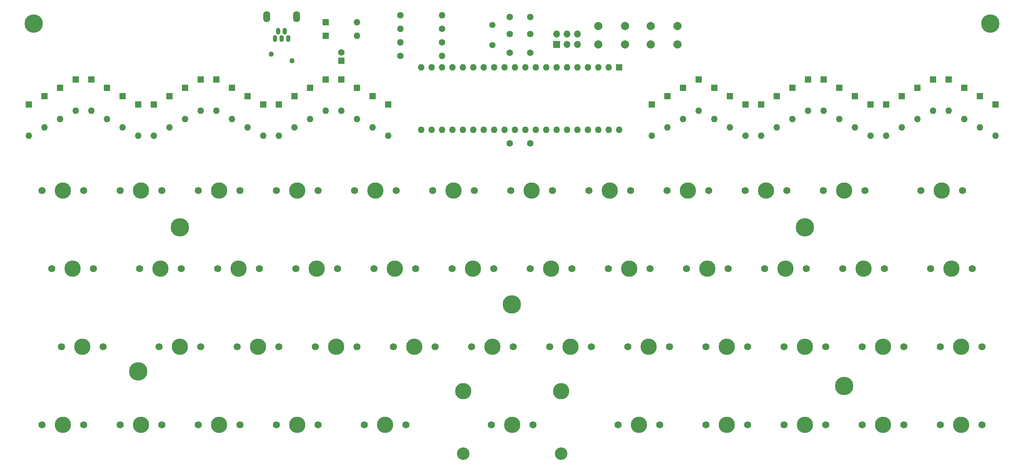
<source format=gts>
%TF.GenerationSoftware,KiCad,Pcbnew,(5.1.10)-1*%
%TF.CreationDate,2021-08-29T21:53:34+02:00*%
%TF.ProjectId,giulia,6769756c-6961-42e6-9b69-6361645f7063,rev?*%
%TF.SameCoordinates,Original*%
%TF.FileFunction,Soldermask,Top*%
%TF.FilePolarity,Negative*%
%FSLAX46Y46*%
G04 Gerber Fmt 4.6, Leading zero omitted, Abs format (unit mm)*
G04 Created by KiCad (PCBNEW (5.1.10)-1) date 2021-08-29 21:53:34*
%MOMM*%
%LPD*%
G01*
G04 APERTURE LIST*
%ADD10C,4.500000*%
%ADD11R,1.600000X1.600000*%
%ADD12O,1.600000X1.600000*%
%ADD13O,1.100000X1.650000*%
%ADD14O,1.700000X2.700000*%
%ADD15C,1.600000*%
%ADD16C,3.987800*%
%ADD17C,1.750000*%
%ADD18C,3.048000*%
%ADD19O,1.700000X1.700000*%
%ADD20R,1.700000X1.700000*%
%ADD21C,1.500000*%
%ADD22C,2.000000*%
%ADD23C,1.270000*%
G04 APERTURE END LIST*
D10*
%TO.C,M2\u002C5*%
X69850000Y-74041000D03*
%TD*%
%TO.C,M2\u002C5*%
X222250000Y-74041000D03*
%TD*%
%TO.C,M2\u002C5*%
X150749000Y-92837000D03*
%TD*%
%TO.C,M2\u002C5*%
X231775000Y-112776000D03*
%TD*%
%TO.C,M2\u002C5*%
X59690000Y-109220000D03*
%TD*%
%TO.C,M2\u002C5*%
X267462000Y-24384000D03*
%TD*%
%TO.C,M2\u002C5*%
X34163000Y-24384000D03*
%TD*%
D11*
%TO.C,D49*%
X105410000Y-24003000D03*
D12*
X113030000Y-24003000D03*
%TD*%
D11*
%TO.C,D48*%
X105410000Y-27305000D03*
D12*
X113030000Y-27305000D03*
%TD*%
D13*
%TO.C,J2*%
X94615000Y-27961000D03*
X96215000Y-27961000D03*
X93015000Y-27961000D03*
X95415000Y-26211000D03*
X93815000Y-26211000D03*
D14*
X98265000Y-22636000D03*
X90965000Y-22636000D03*
%TD*%
D15*
%TO.C,C3*%
X150295600Y-31496000D03*
X155295600Y-31496000D03*
%TD*%
D16*
%TO.C,MX11*%
X88900000Y-103187500D03*
D17*
X83820000Y-103187500D03*
X93980000Y-103187500D03*
%TD*%
D16*
%TO.C,MX8*%
X60325000Y-122237500D03*
D17*
X55245000Y-122237500D03*
X65405000Y-122237500D03*
%TD*%
D16*
%TO.C,MX5*%
X60325000Y-65087500D03*
D17*
X55245000Y-65087500D03*
X65405000Y-65087500D03*
%TD*%
D16*
%TO.C,MX6*%
X65087500Y-84137500D03*
D17*
X60007500Y-84137500D03*
X70167500Y-84137500D03*
%TD*%
D16*
%TO.C,MX3*%
X46037500Y-103187500D03*
D17*
X40957500Y-103187500D03*
X51117500Y-103187500D03*
%TD*%
D16*
%TO.C,MX10*%
X84137500Y-84137500D03*
D17*
X79057500Y-84137500D03*
X89217500Y-84137500D03*
%TD*%
D16*
%TO.C,MX2*%
X43656250Y-84137500D03*
D17*
X38576250Y-84137500D03*
X48736250Y-84137500D03*
%TD*%
D16*
%TO.C,MX4*%
X41275000Y-122237500D03*
D17*
X36195000Y-122237500D03*
X46355000Y-122237500D03*
%TD*%
D16*
%TO.C,MX9*%
X79375000Y-65087500D03*
D17*
X74295000Y-65087500D03*
X84455000Y-65087500D03*
%TD*%
D16*
%TO.C,MX1*%
X41275000Y-65087500D03*
D17*
X36195000Y-65087500D03*
X46355000Y-65087500D03*
%TD*%
D16*
%TO.C,MX7*%
X69850000Y-103187500D03*
D17*
X64770000Y-103187500D03*
X74930000Y-103187500D03*
%TD*%
D16*
%TO.C,MX12*%
X79375000Y-122237500D03*
D17*
X74295000Y-122237500D03*
X84455000Y-122237500D03*
%TD*%
D16*
%TO.C,MX14*%
X103187500Y-84137500D03*
D17*
X98107500Y-84137500D03*
X108267500Y-84137500D03*
%TD*%
D16*
%TO.C,MX13*%
X98425000Y-65087500D03*
D17*
X93345000Y-65087500D03*
X103505000Y-65087500D03*
%TD*%
D16*
%TO.C,MX33*%
X198437500Y-84137500D03*
D17*
X193357500Y-84137500D03*
X203517500Y-84137500D03*
%TD*%
D16*
%TO.C,MX46*%
X260350000Y-103187500D03*
D17*
X255270000Y-103187500D03*
X265430000Y-103187500D03*
%TD*%
D16*
%TO.C,MX44*%
X255587500Y-65087500D03*
D17*
X250507500Y-65087500D03*
X260667500Y-65087500D03*
%TD*%
D16*
%TO.C,MX42*%
X241300000Y-103187500D03*
D17*
X236220000Y-103187500D03*
X246380000Y-103187500D03*
%TD*%
D16*
%TO.C,MX41*%
X236537500Y-84137500D03*
D17*
X231457500Y-84137500D03*
X241617500Y-84137500D03*
%TD*%
D16*
%TO.C,MX45*%
X257968750Y-84137500D03*
D17*
X252888750Y-84137500D03*
X263048750Y-84137500D03*
%TD*%
D16*
%TO.C,MX39*%
X222250000Y-122237500D03*
D17*
X217170000Y-122237500D03*
X227330000Y-122237500D03*
%TD*%
D16*
%TO.C,MX43*%
X241300000Y-122237500D03*
D17*
X236220000Y-122237500D03*
X246380000Y-122237500D03*
%TD*%
D16*
%TO.C,MX38*%
X222250000Y-103187500D03*
D17*
X217170000Y-103187500D03*
X227330000Y-103187500D03*
%TD*%
D16*
%TO.C,MX37*%
X217487500Y-84137500D03*
D17*
X212407500Y-84137500D03*
X222567500Y-84137500D03*
%TD*%
D16*
%TO.C,MX35*%
X203200000Y-122237500D03*
D17*
X198120000Y-122237500D03*
X208280000Y-122237500D03*
%TD*%
D16*
%TO.C,MX40*%
X231775000Y-65087500D03*
D17*
X226695000Y-65087500D03*
X236855000Y-65087500D03*
%TD*%
D16*
%TO.C,MX47*%
X260350000Y-122237500D03*
D17*
X255270000Y-122237500D03*
X265430000Y-122237500D03*
%TD*%
D16*
%TO.C,MX34*%
X203200000Y-103187500D03*
D17*
X198120000Y-103187500D03*
X208280000Y-103187500D03*
%TD*%
D16*
%TO.C,MX36*%
X212725000Y-65087500D03*
D17*
X207645000Y-65087500D03*
X217805000Y-65087500D03*
%TD*%
D16*
%TO.C,MX23*%
X146050000Y-103187500D03*
D17*
X140970000Y-103187500D03*
X151130000Y-103187500D03*
%TD*%
D16*
%TO.C,MX17*%
X117475000Y-65087500D03*
D17*
X112395000Y-65087500D03*
X122555000Y-65087500D03*
%TD*%
D16*
%TO.C,MX27*%
X165100000Y-103187500D03*
D17*
X160020000Y-103187500D03*
X170180000Y-103187500D03*
%TD*%
D16*
%TO.C,MX31*%
X181768750Y-122237500D03*
D17*
X176688750Y-122237500D03*
X186848750Y-122237500D03*
%TD*%
D16*
%TO.C,MX22*%
X141287500Y-84137500D03*
D17*
X136207500Y-84137500D03*
X146367500Y-84137500D03*
%TD*%
D16*
%TO.C,MX25*%
X155575000Y-65087500D03*
D17*
X150495000Y-65087500D03*
X160655000Y-65087500D03*
%TD*%
D16*
%TO.C,MX32*%
X193675000Y-65087500D03*
D17*
X188595000Y-65087500D03*
X198755000Y-65087500D03*
%TD*%
D16*
%TO.C,MX18*%
X122237500Y-84137500D03*
D17*
X117157500Y-84137500D03*
X127317500Y-84137500D03*
%TD*%
D16*
%TO.C,MX16*%
X98425000Y-122237500D03*
D17*
X93345000Y-122237500D03*
X103505000Y-122237500D03*
%TD*%
D16*
%TO.C,MX21*%
X136525000Y-65087500D03*
D17*
X131445000Y-65087500D03*
X141605000Y-65087500D03*
%TD*%
D16*
%TO.C,MX24*%
X150812500Y-122237500D03*
D17*
X145732500Y-122237500D03*
X155892500Y-122237500D03*
D18*
X138874500Y-129222500D03*
X162750500Y-129222500D03*
D16*
X138874500Y-113982500D03*
X162750500Y-113982500D03*
%TD*%
%TO.C,MX29*%
X179387500Y-84137500D03*
D17*
X174307500Y-84137500D03*
X184467500Y-84137500D03*
%TD*%
D16*
%TO.C,MX28*%
X174625000Y-65087500D03*
D17*
X169545000Y-65087500D03*
X179705000Y-65087500D03*
%TD*%
D16*
%TO.C,MX26*%
X160337500Y-84137500D03*
D17*
X155257500Y-84137500D03*
X165417500Y-84137500D03*
%TD*%
D16*
%TO.C,MX20*%
X119856250Y-122237500D03*
D17*
X114776250Y-122237500D03*
X124936250Y-122237500D03*
%TD*%
D16*
%TO.C,MX15*%
X107950000Y-103187500D03*
D17*
X102870000Y-103187500D03*
X113030000Y-103187500D03*
%TD*%
D16*
%TO.C,MX30*%
X184150000Y-103187500D03*
D17*
X179070000Y-103187500D03*
X189230000Y-103187500D03*
%TD*%
D16*
%TO.C,MX19*%
X127000000Y-103187500D03*
D17*
X121920000Y-103187500D03*
X132080000Y-103187500D03*
%TD*%
D11*
%TO.C,D47*%
X257302000Y-37973000D03*
D12*
X257302000Y-45593000D03*
%TD*%
%TO.C,D46*%
X261112000Y-47625000D03*
D11*
X261112000Y-40005000D03*
%TD*%
%TO.C,D45*%
X264922000Y-42037000D03*
D12*
X264922000Y-49657000D03*
%TD*%
D11*
%TO.C,D44*%
X268732000Y-44069000D03*
D12*
X268732000Y-51689000D03*
%TD*%
D11*
%TO.C,D43*%
X253492000Y-37973000D03*
D12*
X253492000Y-45593000D03*
%TD*%
D11*
%TO.C,D42*%
X249682000Y-40005000D03*
D12*
X249682000Y-47625000D03*
%TD*%
D11*
%TO.C,D41*%
X245872000Y-42037000D03*
D12*
X245872000Y-49657000D03*
%TD*%
D11*
%TO.C,D40*%
X242062000Y-44069000D03*
D12*
X242062000Y-51689000D03*
%TD*%
D11*
%TO.C,D39*%
X226822000Y-37973000D03*
D12*
X226822000Y-45593000D03*
%TD*%
D11*
%TO.C,D38*%
X230632000Y-40005000D03*
D12*
X230632000Y-47625000D03*
%TD*%
D11*
%TO.C,D37*%
X234442000Y-42037000D03*
D12*
X234442000Y-49657000D03*
%TD*%
D11*
%TO.C,D36*%
X238252000Y-44069000D03*
D12*
X238252000Y-51689000D03*
%TD*%
D11*
%TO.C,D35*%
X223012000Y-37973000D03*
D12*
X223012000Y-45593000D03*
%TD*%
D11*
%TO.C,D34*%
X219202000Y-40005000D03*
D12*
X219202000Y-47625000D03*
%TD*%
D11*
%TO.C,D33*%
X215392000Y-42037000D03*
D12*
X215392000Y-49657000D03*
%TD*%
D11*
%TO.C,D32*%
X211582000Y-44069000D03*
D12*
X211582000Y-51689000D03*
%TD*%
D11*
%TO.C,D31*%
X196342000Y-37973000D03*
D12*
X196342000Y-45593000D03*
%TD*%
D11*
%TO.C,D30*%
X200152000Y-40005000D03*
D12*
X200152000Y-47625000D03*
%TD*%
D11*
%TO.C,D29*%
X203962000Y-42037000D03*
D12*
X203962000Y-49657000D03*
%TD*%
D11*
%TO.C,D28*%
X207772000Y-44069000D03*
D12*
X207772000Y-51689000D03*
%TD*%
D11*
%TO.C,D27*%
X192532000Y-40005000D03*
D12*
X192532000Y-47625000D03*
%TD*%
D11*
%TO.C,D26*%
X188722000Y-42037000D03*
D12*
X188722000Y-49657000D03*
%TD*%
D11*
%TO.C,D25*%
X184912000Y-44069000D03*
D12*
X184912000Y-51689000D03*
%TD*%
D11*
%TO.C,D24*%
X109220000Y-37973000D03*
D12*
X109220000Y-45593000D03*
%TD*%
D11*
%TO.C,D23*%
X113030000Y-40005000D03*
D12*
X113030000Y-47625000D03*
%TD*%
D11*
%TO.C,D22*%
X116840000Y-42037000D03*
D12*
X116840000Y-49657000D03*
%TD*%
D11*
%TO.C,D21*%
X120650000Y-44069000D03*
D12*
X120650000Y-51689000D03*
%TD*%
D11*
%TO.C,D20*%
X105410000Y-37973000D03*
D12*
X105410000Y-45593000D03*
%TD*%
D11*
%TO.C,D19*%
X101600000Y-40005000D03*
D12*
X101600000Y-47625000D03*
%TD*%
D11*
%TO.C,D18*%
X97790000Y-42037000D03*
D12*
X97790000Y-49657000D03*
%TD*%
D11*
%TO.C,D17*%
X93980000Y-44069000D03*
D12*
X93980000Y-51689000D03*
%TD*%
D11*
%TO.C,D16*%
X78740000Y-37973000D03*
D12*
X78740000Y-45593000D03*
%TD*%
D11*
%TO.C,D15*%
X82550000Y-40005000D03*
D12*
X82550000Y-47625000D03*
%TD*%
D11*
%TO.C,D14*%
X86360000Y-42037000D03*
D12*
X86360000Y-49657000D03*
%TD*%
D11*
%TO.C,D13*%
X90170000Y-44069000D03*
D12*
X90170000Y-51689000D03*
%TD*%
D11*
%TO.C,D12*%
X74930000Y-37973000D03*
D12*
X74930000Y-45593000D03*
%TD*%
D11*
%TO.C,D11*%
X71120000Y-40005000D03*
D12*
X71120000Y-47625000D03*
%TD*%
D11*
%TO.C,D10*%
X67310000Y-42037000D03*
D12*
X67310000Y-49657000D03*
%TD*%
D11*
%TO.C,D9*%
X63500000Y-44069000D03*
D12*
X63500000Y-51689000D03*
%TD*%
D11*
%TO.C,D8*%
X48260000Y-37973000D03*
D12*
X48260000Y-45593000D03*
%TD*%
D11*
%TO.C,D7*%
X52070000Y-40005000D03*
D12*
X52070000Y-47625000D03*
%TD*%
D11*
%TO.C,D6*%
X55880000Y-42037000D03*
D12*
X55880000Y-49657000D03*
%TD*%
D11*
%TO.C,D5*%
X59690000Y-44069000D03*
D12*
X59690000Y-51689000D03*
%TD*%
D11*
%TO.C,D4*%
X44450000Y-37973000D03*
D12*
X44450000Y-45593000D03*
%TD*%
D11*
%TO.C,D3*%
X40640000Y-40005000D03*
D12*
X40640000Y-47625000D03*
%TD*%
D11*
%TO.C,D2*%
X36830000Y-42037000D03*
D12*
X36830000Y-49657000D03*
%TD*%
D11*
%TO.C,D1*%
X33020000Y-44069000D03*
D12*
X33020000Y-51689000D03*
%TD*%
D15*
%TO.C,R4*%
X123571000Y-32258000D03*
D12*
X133731000Y-32258000D03*
%TD*%
%TO.C,R3*%
X123571000Y-28956000D03*
D15*
X133731000Y-28956000D03*
%TD*%
D12*
%TO.C,R2*%
X123571000Y-25654000D03*
D15*
X133731000Y-25654000D03*
%TD*%
D12*
%TO.C,R1*%
X133731000Y-22352000D03*
D15*
X123571000Y-22352000D03*
%TD*%
D19*
%TO.C,J1*%
X166751000Y-26924000D03*
X166751000Y-29464000D03*
X164211000Y-26924000D03*
X164211000Y-29464000D03*
X161671000Y-26924000D03*
D20*
X161671000Y-29464000D03*
%TD*%
D21*
%TO.C,Y1*%
X146050000Y-24711000D03*
X146050000Y-29591000D03*
%TD*%
D12*
%TO.C,U1*%
X176911000Y-50292000D03*
X128651000Y-35052000D03*
X174371000Y-50292000D03*
X131191000Y-35052000D03*
X171831000Y-50292000D03*
X133731000Y-35052000D03*
X169291000Y-50292000D03*
X136271000Y-35052000D03*
X166751000Y-50292000D03*
X138811000Y-35052000D03*
X164211000Y-50292000D03*
X141351000Y-35052000D03*
X161671000Y-50292000D03*
X143891000Y-35052000D03*
X159131000Y-50292000D03*
X146431000Y-35052000D03*
X156591000Y-50292000D03*
X148971000Y-35052000D03*
X154051000Y-50292000D03*
X151511000Y-35052000D03*
X151511000Y-50292000D03*
X154051000Y-35052000D03*
X148971000Y-50292000D03*
X156591000Y-35052000D03*
X146431000Y-50292000D03*
X159131000Y-35052000D03*
X143891000Y-50292000D03*
X161671000Y-35052000D03*
X141351000Y-50292000D03*
X164211000Y-35052000D03*
X138811000Y-50292000D03*
X166751000Y-35052000D03*
X136271000Y-50292000D03*
X169291000Y-35052000D03*
X133731000Y-50292000D03*
X171831000Y-35052000D03*
X131191000Y-50292000D03*
X174371000Y-35052000D03*
X128651000Y-50292000D03*
D11*
X176911000Y-35052000D03*
%TD*%
D22*
%TO.C,SW2*%
X184635000Y-29464000D03*
X184635000Y-24964000D03*
X191135000Y-29464000D03*
X191135000Y-24964000D03*
%TD*%
%TO.C,SW1*%
X178331000Y-24964000D03*
X178331000Y-29464000D03*
X171831000Y-24964000D03*
X171831000Y-29464000D03*
%TD*%
D23*
%TO.C,F1*%
X97155000Y-33401000D03*
X92055000Y-31801000D03*
%TD*%
D15*
%TO.C,C5*%
X155291800Y-22733000D03*
X150291800Y-22733000D03*
%TD*%
%TO.C,C4*%
X155291800Y-26924000D03*
X150291800Y-26924000D03*
%TD*%
%TO.C,C2*%
X155291800Y-53594000D03*
X150291800Y-53594000D03*
%TD*%
%TO.C,C1*%
X109220000Y-31401000D03*
D11*
X109220000Y-33401000D03*
%TD*%
M02*

</source>
